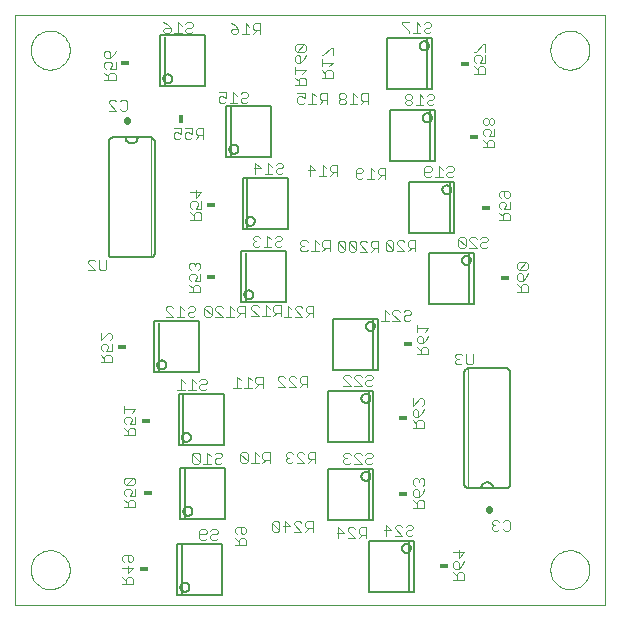
<source format=gbo>
G75*
G70*
%OFA0B0*%
%FSLAX24Y24*%
%IPPOS*%
%LPD*%
%AMOC8*
5,1,8,0,0,1.08239X$1,22.5*
%
%ADD10C,0.0000*%
%ADD11C,0.0060*%
%ADD12C,0.0020*%
%ADD13C,0.0040*%
%ADD14C,0.0030*%
%ADD15C,0.0050*%
%ADD16R,0.0300X0.0180*%
%ADD17R,0.0180X0.0300*%
%ADD18C,0.0220*%
D10*
X000180Y000180D02*
X000180Y019865D01*
X019865Y019865D01*
X019865Y000180D01*
X000180Y000180D01*
X000711Y001361D02*
X000713Y001411D01*
X000719Y001461D01*
X000729Y001511D01*
X000742Y001559D01*
X000759Y001607D01*
X000780Y001653D01*
X000804Y001697D01*
X000832Y001739D01*
X000863Y001779D01*
X000897Y001816D01*
X000934Y001851D01*
X000973Y001882D01*
X001014Y001911D01*
X001058Y001936D01*
X001104Y001958D01*
X001151Y001976D01*
X001199Y001990D01*
X001248Y002001D01*
X001298Y002008D01*
X001348Y002011D01*
X001399Y002010D01*
X001449Y002005D01*
X001499Y001996D01*
X001547Y001984D01*
X001595Y001967D01*
X001641Y001947D01*
X001686Y001924D01*
X001729Y001897D01*
X001769Y001867D01*
X001807Y001834D01*
X001842Y001798D01*
X001875Y001759D01*
X001904Y001718D01*
X001930Y001675D01*
X001953Y001630D01*
X001972Y001583D01*
X001987Y001535D01*
X001999Y001486D01*
X002007Y001436D01*
X002011Y001386D01*
X002011Y001336D01*
X002007Y001286D01*
X001999Y001236D01*
X001987Y001187D01*
X001972Y001139D01*
X001953Y001092D01*
X001930Y001047D01*
X001904Y001004D01*
X001875Y000963D01*
X001842Y000924D01*
X001807Y000888D01*
X001769Y000855D01*
X001729Y000825D01*
X001686Y000798D01*
X001641Y000775D01*
X001595Y000755D01*
X001547Y000738D01*
X001499Y000726D01*
X001449Y000717D01*
X001399Y000712D01*
X001348Y000711D01*
X001298Y000714D01*
X001248Y000721D01*
X001199Y000732D01*
X001151Y000746D01*
X001104Y000764D01*
X001058Y000786D01*
X001014Y000811D01*
X000973Y000840D01*
X000934Y000871D01*
X000897Y000906D01*
X000863Y000943D01*
X000832Y000983D01*
X000804Y001025D01*
X000780Y001069D01*
X000759Y001115D01*
X000742Y001163D01*
X000729Y001211D01*
X000719Y001261D01*
X000713Y001311D01*
X000711Y001361D01*
X000711Y018684D02*
X000713Y018734D01*
X000719Y018784D01*
X000729Y018834D01*
X000742Y018882D01*
X000759Y018930D01*
X000780Y018976D01*
X000804Y019020D01*
X000832Y019062D01*
X000863Y019102D01*
X000897Y019139D01*
X000934Y019174D01*
X000973Y019205D01*
X001014Y019234D01*
X001058Y019259D01*
X001104Y019281D01*
X001151Y019299D01*
X001199Y019313D01*
X001248Y019324D01*
X001298Y019331D01*
X001348Y019334D01*
X001399Y019333D01*
X001449Y019328D01*
X001499Y019319D01*
X001547Y019307D01*
X001595Y019290D01*
X001641Y019270D01*
X001686Y019247D01*
X001729Y019220D01*
X001769Y019190D01*
X001807Y019157D01*
X001842Y019121D01*
X001875Y019082D01*
X001904Y019041D01*
X001930Y018998D01*
X001953Y018953D01*
X001972Y018906D01*
X001987Y018858D01*
X001999Y018809D01*
X002007Y018759D01*
X002011Y018709D01*
X002011Y018659D01*
X002007Y018609D01*
X001999Y018559D01*
X001987Y018510D01*
X001972Y018462D01*
X001953Y018415D01*
X001930Y018370D01*
X001904Y018327D01*
X001875Y018286D01*
X001842Y018247D01*
X001807Y018211D01*
X001769Y018178D01*
X001729Y018148D01*
X001686Y018121D01*
X001641Y018098D01*
X001595Y018078D01*
X001547Y018061D01*
X001499Y018049D01*
X001449Y018040D01*
X001399Y018035D01*
X001348Y018034D01*
X001298Y018037D01*
X001248Y018044D01*
X001199Y018055D01*
X001151Y018069D01*
X001104Y018087D01*
X001058Y018109D01*
X001014Y018134D01*
X000973Y018163D01*
X000934Y018194D01*
X000897Y018229D01*
X000863Y018266D01*
X000832Y018306D01*
X000804Y018348D01*
X000780Y018392D01*
X000759Y018438D01*
X000742Y018486D01*
X000729Y018534D01*
X000719Y018584D01*
X000713Y018634D01*
X000711Y018684D01*
X018034Y018684D02*
X018036Y018734D01*
X018042Y018784D01*
X018052Y018834D01*
X018065Y018882D01*
X018082Y018930D01*
X018103Y018976D01*
X018127Y019020D01*
X018155Y019062D01*
X018186Y019102D01*
X018220Y019139D01*
X018257Y019174D01*
X018296Y019205D01*
X018337Y019234D01*
X018381Y019259D01*
X018427Y019281D01*
X018474Y019299D01*
X018522Y019313D01*
X018571Y019324D01*
X018621Y019331D01*
X018671Y019334D01*
X018722Y019333D01*
X018772Y019328D01*
X018822Y019319D01*
X018870Y019307D01*
X018918Y019290D01*
X018964Y019270D01*
X019009Y019247D01*
X019052Y019220D01*
X019092Y019190D01*
X019130Y019157D01*
X019165Y019121D01*
X019198Y019082D01*
X019227Y019041D01*
X019253Y018998D01*
X019276Y018953D01*
X019295Y018906D01*
X019310Y018858D01*
X019322Y018809D01*
X019330Y018759D01*
X019334Y018709D01*
X019334Y018659D01*
X019330Y018609D01*
X019322Y018559D01*
X019310Y018510D01*
X019295Y018462D01*
X019276Y018415D01*
X019253Y018370D01*
X019227Y018327D01*
X019198Y018286D01*
X019165Y018247D01*
X019130Y018211D01*
X019092Y018178D01*
X019052Y018148D01*
X019009Y018121D01*
X018964Y018098D01*
X018918Y018078D01*
X018870Y018061D01*
X018822Y018049D01*
X018772Y018040D01*
X018722Y018035D01*
X018671Y018034D01*
X018621Y018037D01*
X018571Y018044D01*
X018522Y018055D01*
X018474Y018069D01*
X018427Y018087D01*
X018381Y018109D01*
X018337Y018134D01*
X018296Y018163D01*
X018257Y018194D01*
X018220Y018229D01*
X018186Y018266D01*
X018155Y018306D01*
X018127Y018348D01*
X018103Y018392D01*
X018082Y018438D01*
X018065Y018486D01*
X018052Y018534D01*
X018042Y018584D01*
X018036Y018634D01*
X018034Y018684D01*
X018034Y001361D02*
X018036Y001411D01*
X018042Y001461D01*
X018052Y001511D01*
X018065Y001559D01*
X018082Y001607D01*
X018103Y001653D01*
X018127Y001697D01*
X018155Y001739D01*
X018186Y001779D01*
X018220Y001816D01*
X018257Y001851D01*
X018296Y001882D01*
X018337Y001911D01*
X018381Y001936D01*
X018427Y001958D01*
X018474Y001976D01*
X018522Y001990D01*
X018571Y002001D01*
X018621Y002008D01*
X018671Y002011D01*
X018722Y002010D01*
X018772Y002005D01*
X018822Y001996D01*
X018870Y001984D01*
X018918Y001967D01*
X018964Y001947D01*
X019009Y001924D01*
X019052Y001897D01*
X019092Y001867D01*
X019130Y001834D01*
X019165Y001798D01*
X019198Y001759D01*
X019227Y001718D01*
X019253Y001675D01*
X019276Y001630D01*
X019295Y001583D01*
X019310Y001535D01*
X019322Y001486D01*
X019330Y001436D01*
X019334Y001386D01*
X019334Y001336D01*
X019330Y001286D01*
X019322Y001236D01*
X019310Y001187D01*
X019295Y001139D01*
X019276Y001092D01*
X019253Y001047D01*
X019227Y001004D01*
X019198Y000963D01*
X019165Y000924D01*
X019130Y000888D01*
X019092Y000855D01*
X019052Y000825D01*
X019009Y000798D01*
X018964Y000775D01*
X018918Y000755D01*
X018870Y000738D01*
X018822Y000726D01*
X018772Y000717D01*
X018722Y000712D01*
X018671Y000711D01*
X018621Y000714D01*
X018571Y000721D01*
X018522Y000732D01*
X018474Y000746D01*
X018427Y000764D01*
X018381Y000786D01*
X018337Y000811D01*
X018296Y000840D01*
X018257Y000871D01*
X018220Y000906D01*
X018186Y000943D01*
X018155Y000983D01*
X018127Y001025D01*
X018103Y001069D01*
X018082Y001115D01*
X018065Y001163D01*
X018052Y001211D01*
X018042Y001261D01*
X018036Y001311D01*
X018034Y001361D01*
D11*
X016550Y004080D02*
X016130Y004080D01*
X015730Y004080D01*
X015310Y004080D01*
X015287Y004082D01*
X015264Y004087D01*
X015242Y004096D01*
X015222Y004109D01*
X015204Y004124D01*
X015189Y004142D01*
X015176Y004162D01*
X015167Y004184D01*
X015162Y004207D01*
X015160Y004230D01*
X015160Y007930D01*
X015162Y007953D01*
X015167Y007976D01*
X015176Y007998D01*
X015189Y008018D01*
X015204Y008036D01*
X015222Y008051D01*
X015242Y008064D01*
X015264Y008073D01*
X015287Y008078D01*
X015310Y008080D01*
X016550Y008080D01*
X016573Y008078D01*
X016596Y008073D01*
X016618Y008064D01*
X016638Y008051D01*
X016656Y008036D01*
X016671Y008018D01*
X016684Y007998D01*
X016693Y007976D01*
X016698Y007953D01*
X016700Y007930D01*
X016700Y004230D01*
X016698Y004207D01*
X016693Y004184D01*
X016684Y004162D01*
X016671Y004142D01*
X016656Y004124D01*
X016638Y004109D01*
X016618Y004096D01*
X016596Y004087D01*
X016573Y004082D01*
X016550Y004080D01*
X016130Y004080D02*
X016128Y004107D01*
X016123Y004134D01*
X016113Y004160D01*
X016101Y004184D01*
X016085Y004206D01*
X016067Y004226D01*
X016045Y004243D01*
X016022Y004258D01*
X015997Y004268D01*
X015971Y004276D01*
X015944Y004280D01*
X015916Y004280D01*
X015889Y004276D01*
X015863Y004268D01*
X015838Y004258D01*
X015815Y004243D01*
X015793Y004226D01*
X015775Y004206D01*
X015759Y004184D01*
X015747Y004160D01*
X015737Y004134D01*
X015732Y004107D01*
X015730Y004080D01*
X004845Y011923D02*
X004845Y015623D01*
X004843Y015646D01*
X004838Y015669D01*
X004829Y015691D01*
X004816Y015711D01*
X004801Y015729D01*
X004783Y015744D01*
X004763Y015757D01*
X004741Y015766D01*
X004718Y015771D01*
X004695Y015773D01*
X004275Y015773D01*
X003875Y015773D01*
X003455Y015773D01*
X003432Y015771D01*
X003409Y015766D01*
X003387Y015757D01*
X003367Y015744D01*
X003349Y015729D01*
X003334Y015711D01*
X003321Y015691D01*
X003312Y015669D01*
X003307Y015646D01*
X003305Y015623D01*
X003305Y011923D01*
X003307Y011900D01*
X003312Y011877D01*
X003321Y011855D01*
X003334Y011835D01*
X003349Y011817D01*
X003367Y011802D01*
X003387Y011789D01*
X003409Y011780D01*
X003432Y011775D01*
X003455Y011773D01*
X004695Y011773D01*
X004718Y011775D01*
X004741Y011780D01*
X004763Y011789D01*
X004783Y011802D01*
X004801Y011817D01*
X004816Y011835D01*
X004829Y011855D01*
X004838Y011877D01*
X004843Y011900D01*
X004845Y011923D01*
X004275Y015773D02*
X004273Y015746D01*
X004268Y015719D01*
X004258Y015693D01*
X004246Y015669D01*
X004230Y015647D01*
X004212Y015627D01*
X004190Y015610D01*
X004167Y015595D01*
X004142Y015585D01*
X004116Y015577D01*
X004089Y015573D01*
X004061Y015573D01*
X004034Y015577D01*
X004008Y015585D01*
X003983Y015595D01*
X003960Y015610D01*
X003938Y015627D01*
X003920Y015647D01*
X003904Y015669D01*
X003892Y015693D01*
X003882Y015719D01*
X003877Y015746D01*
X003875Y015773D01*
D12*
X004705Y015773D02*
X004705Y011773D01*
X015300Y008080D02*
X015300Y004080D01*
D13*
X015290Y008210D02*
X015230Y008270D01*
X015230Y008570D01*
X015102Y008510D02*
X015042Y008570D01*
X014922Y008570D01*
X014861Y008510D01*
X014861Y008450D01*
X014922Y008390D01*
X014861Y008330D01*
X014861Y008270D01*
X014922Y008210D01*
X015042Y008210D01*
X015102Y008270D01*
X014982Y008390D02*
X014922Y008390D01*
X015290Y008210D02*
X015410Y008210D01*
X015470Y008270D01*
X015470Y008570D01*
X003235Y011403D02*
X003175Y011343D01*
X003055Y011343D01*
X002995Y011403D01*
X002995Y011703D01*
X002867Y011643D02*
X002807Y011703D01*
X002686Y011703D01*
X002626Y011643D01*
X002626Y011583D01*
X002867Y011343D01*
X002626Y011343D01*
X003235Y011403D02*
X003235Y011703D01*
D14*
X005207Y010093D02*
X005269Y010155D01*
X005392Y010155D01*
X005454Y010093D01*
X005699Y010155D02*
X005699Y009784D01*
X005822Y009784D02*
X005575Y009784D01*
X005454Y009784D02*
X005207Y010031D01*
X005207Y010093D01*
X005207Y009784D02*
X005454Y009784D01*
X005822Y010031D02*
X005699Y010155D01*
X005944Y010093D02*
X006006Y010155D01*
X006129Y010155D01*
X006191Y010093D01*
X006191Y010031D01*
X006129Y009970D01*
X006006Y009970D01*
X005944Y009908D01*
X005944Y009846D01*
X006006Y009784D01*
X006129Y009784D01*
X006191Y009846D01*
X006494Y009852D02*
X006556Y009790D01*
X006679Y009790D01*
X006741Y009852D01*
X006494Y010099D01*
X006494Y009852D01*
X006741Y009852D02*
X006741Y010099D01*
X006679Y010161D01*
X006556Y010161D01*
X006494Y010099D01*
X006862Y010099D02*
X006924Y010161D01*
X007047Y010161D01*
X007109Y010099D01*
X006862Y010099D02*
X006862Y010037D01*
X007109Y009790D01*
X006862Y009790D01*
X007230Y009790D02*
X007477Y009790D01*
X007599Y009790D02*
X007722Y009914D01*
X007660Y009914D02*
X007846Y009914D01*
X007846Y009790D02*
X007846Y010161D01*
X007660Y010161D01*
X007599Y010099D01*
X007599Y009975D01*
X007660Y009914D01*
X007477Y010037D02*
X007354Y010161D01*
X007354Y009790D01*
X008062Y009806D02*
X008309Y009806D01*
X008062Y010053D01*
X008062Y010115D01*
X008124Y010176D01*
X008247Y010176D01*
X008309Y010115D01*
X008554Y010176D02*
X008554Y009806D01*
X008677Y009806D02*
X008430Y009806D01*
X008799Y009806D02*
X008922Y009929D01*
X008860Y009929D02*
X009046Y009929D01*
X009046Y009806D02*
X009046Y010176D01*
X008860Y010176D01*
X008799Y010115D01*
X008799Y009991D01*
X008860Y009929D01*
X008677Y010053D02*
X008554Y010176D01*
X009151Y009795D02*
X009398Y009795D01*
X009520Y009795D02*
X009767Y009795D01*
X009520Y010042D01*
X009520Y010104D01*
X009582Y010165D01*
X009705Y010165D01*
X009767Y010104D01*
X009888Y010104D02*
X009888Y009980D01*
X009950Y009918D01*
X010135Y009918D01*
X010135Y009795D02*
X010135Y010165D01*
X009950Y010165D01*
X009888Y010104D01*
X010012Y009918D02*
X009888Y009795D01*
X009398Y010042D02*
X009275Y010165D01*
X009275Y009795D01*
X011193Y007865D02*
X011317Y007865D01*
X011378Y007804D01*
X011500Y007804D02*
X011562Y007865D01*
X011685Y007865D01*
X011747Y007804D01*
X011868Y007804D02*
X011930Y007865D01*
X012053Y007865D01*
X012115Y007804D01*
X012115Y007742D01*
X012053Y007680D01*
X011930Y007680D01*
X011868Y007618D01*
X011868Y007557D01*
X011930Y007495D01*
X012053Y007495D01*
X012115Y007557D01*
X011747Y007495D02*
X011500Y007742D01*
X011500Y007804D01*
X011500Y007495D02*
X011747Y007495D01*
X011378Y007495D02*
X011131Y007742D01*
X011131Y007804D01*
X011193Y007865D01*
X011131Y007495D02*
X011378Y007495D01*
X009925Y007445D02*
X009925Y007815D01*
X009740Y007815D01*
X009678Y007754D01*
X009678Y007630D01*
X009740Y007568D01*
X009925Y007568D01*
X009802Y007568D02*
X009678Y007445D01*
X009557Y007445D02*
X009310Y007692D01*
X009310Y007754D01*
X009372Y007815D01*
X009495Y007815D01*
X009557Y007754D01*
X009557Y007445D02*
X009310Y007445D01*
X009188Y007445D02*
X008941Y007692D01*
X008941Y007754D01*
X009003Y007815D01*
X009127Y007815D01*
X009188Y007754D01*
X009188Y007445D02*
X008941Y007445D01*
X008443Y007430D02*
X008443Y007801D01*
X008258Y007801D01*
X008197Y007739D01*
X008197Y007615D01*
X008258Y007554D01*
X008443Y007554D01*
X008320Y007554D02*
X008197Y007430D01*
X008075Y007430D02*
X007828Y007430D01*
X007707Y007430D02*
X007460Y007430D01*
X007583Y007430D02*
X007583Y007801D01*
X007707Y007677D01*
X007952Y007801D02*
X007952Y007430D01*
X008075Y007677D02*
X007952Y007801D01*
X006575Y007665D02*
X006575Y007603D01*
X006513Y007542D01*
X006390Y007542D01*
X006328Y007480D01*
X006328Y007418D01*
X006390Y007357D01*
X006513Y007357D01*
X006575Y007418D01*
X006575Y007665D02*
X006513Y007727D01*
X006390Y007727D01*
X006328Y007665D01*
X006207Y007603D02*
X006083Y007727D01*
X006083Y007357D01*
X005960Y007357D02*
X006207Y007357D01*
X005838Y007357D02*
X005591Y007357D01*
X005715Y007357D02*
X005715Y007727D01*
X005838Y007603D01*
X004202Y006707D02*
X004079Y006583D01*
X004017Y006462D02*
X003894Y006462D01*
X003832Y006400D01*
X003832Y006277D01*
X003894Y006215D01*
X004017Y006215D02*
X004079Y006339D01*
X004079Y006400D01*
X004017Y006462D01*
X004202Y006462D02*
X004202Y006215D01*
X004017Y006215D01*
X004017Y006094D02*
X003956Y006032D01*
X003956Y005847D01*
X003956Y005970D02*
X003832Y006094D01*
X004017Y006094D02*
X004141Y006094D01*
X004202Y006032D01*
X004202Y005847D01*
X003832Y005847D01*
X003832Y006583D02*
X003832Y006830D01*
X003832Y006707D02*
X004202Y006707D01*
X003414Y008278D02*
X003044Y008278D01*
X003167Y008278D02*
X003167Y008464D01*
X003229Y008525D01*
X003352Y008525D01*
X003414Y008464D01*
X003414Y008278D01*
X003167Y008402D02*
X003044Y008525D01*
X003105Y008647D02*
X003044Y008709D01*
X003044Y008832D01*
X003105Y008894D01*
X003229Y008894D01*
X003290Y008832D01*
X003290Y008770D01*
X003229Y008647D01*
X003414Y008647D01*
X003414Y008894D01*
X003352Y009015D02*
X003414Y009077D01*
X003414Y009200D01*
X003352Y009262D01*
X003290Y009262D01*
X003044Y009015D01*
X003044Y009262D01*
X005994Y010616D02*
X006364Y010616D01*
X006364Y010801D01*
X006302Y010863D01*
X006179Y010863D01*
X006117Y010801D01*
X006117Y010616D01*
X006117Y010740D02*
X005994Y010863D01*
X006055Y010985D02*
X005994Y011046D01*
X005994Y011170D01*
X006055Y011231D01*
X006179Y011231D01*
X006240Y011170D01*
X006240Y011108D01*
X006179Y010985D01*
X006364Y010985D01*
X006364Y011231D01*
X006302Y011353D02*
X006364Y011415D01*
X006364Y011538D01*
X006302Y011600D01*
X006240Y011600D01*
X006179Y011538D01*
X006117Y011600D01*
X006055Y011600D01*
X005994Y011538D01*
X005994Y011415D01*
X006055Y011353D01*
X006179Y011476D02*
X006179Y011538D01*
X006154Y013029D02*
X006154Y013214D01*
X006216Y013276D01*
X006339Y013276D01*
X006401Y013214D01*
X006401Y013029D01*
X006031Y013029D01*
X006154Y013153D02*
X006031Y013276D01*
X006093Y013398D02*
X006031Y013459D01*
X006031Y013583D01*
X006093Y013644D01*
X006216Y013644D01*
X006278Y013583D01*
X006278Y013521D01*
X006216Y013398D01*
X006401Y013398D01*
X006401Y013644D01*
X006216Y013766D02*
X006216Y014013D01*
X006401Y013951D02*
X006216Y013766D01*
X006031Y013951D02*
X006401Y013951D01*
X006457Y015719D02*
X006457Y016089D01*
X006272Y016089D01*
X006210Y016027D01*
X006210Y015904D01*
X006272Y015842D01*
X006457Y015842D01*
X006334Y015842D02*
X006210Y015719D01*
X006089Y015780D02*
X006027Y015719D01*
X005903Y015719D01*
X005842Y015780D01*
X005842Y015904D01*
X005903Y015965D01*
X005965Y015965D01*
X006089Y015904D01*
X006089Y016089D01*
X005842Y016089D01*
X005720Y016089D02*
X005720Y015904D01*
X005597Y015965D01*
X005535Y015965D01*
X005473Y015904D01*
X005473Y015780D01*
X005535Y015719D01*
X005659Y015719D01*
X005720Y015780D01*
X005720Y016089D02*
X005473Y016089D01*
X006971Y016977D02*
X007033Y016915D01*
X007157Y016915D01*
X007218Y016977D01*
X007218Y017100D02*
X007095Y017162D01*
X007033Y017162D01*
X006971Y017100D01*
X006971Y016977D01*
X007218Y017100D02*
X007218Y017285D01*
X006971Y017285D01*
X007340Y016915D02*
X007587Y016915D01*
X007463Y016915D02*
X007463Y017285D01*
X007587Y017162D01*
X007708Y017224D02*
X007770Y017285D01*
X007893Y017285D01*
X007955Y017224D01*
X007955Y017162D01*
X007893Y017100D01*
X007770Y017100D01*
X007708Y017038D01*
X007708Y016977D01*
X007770Y016915D01*
X007893Y016915D01*
X007955Y016977D01*
X009601Y016957D02*
X009663Y016895D01*
X009787Y016895D01*
X009848Y016957D01*
X009848Y017080D02*
X009725Y017142D01*
X009663Y017142D01*
X009601Y017080D01*
X009601Y016957D01*
X009848Y017080D02*
X009848Y017265D01*
X009601Y017265D01*
X009638Y017522D02*
X009638Y017707D01*
X009700Y017769D01*
X009824Y017769D01*
X009885Y017707D01*
X009885Y017522D01*
X009515Y017522D01*
X009638Y017645D02*
X009515Y017769D01*
X009515Y017890D02*
X009515Y018137D01*
X009515Y018013D02*
X009885Y018013D01*
X009762Y017890D01*
X009700Y018258D02*
X009577Y018258D01*
X009515Y018320D01*
X009515Y018444D01*
X009577Y018505D01*
X009638Y018505D01*
X009700Y018444D01*
X009700Y018258D01*
X009824Y018382D01*
X009885Y018505D01*
X009824Y018627D02*
X009885Y018688D01*
X009885Y018812D01*
X009824Y018874D01*
X009577Y018627D01*
X009515Y018688D01*
X009515Y018812D01*
X009577Y018874D01*
X009824Y018874D01*
X009824Y018627D02*
X009577Y018627D01*
X010405Y018507D02*
X010467Y018507D01*
X010714Y018754D01*
X010775Y018754D01*
X010775Y018507D01*
X010775Y018262D02*
X010405Y018262D01*
X010405Y018385D02*
X010405Y018138D01*
X010405Y018017D02*
X010528Y017893D01*
X010528Y017955D02*
X010528Y017770D01*
X010405Y017770D02*
X010775Y017770D01*
X010775Y017955D01*
X010714Y018017D01*
X010590Y018017D01*
X010528Y017955D01*
X010652Y018138D02*
X010775Y018262D01*
X010585Y017265D02*
X010400Y017265D01*
X010338Y017204D01*
X010338Y017080D01*
X010400Y017018D01*
X010585Y017018D01*
X010585Y016895D02*
X010585Y017265D01*
X010462Y017018D02*
X010338Y016895D01*
X010217Y016895D02*
X009970Y016895D01*
X010093Y016895D02*
X010093Y017265D01*
X010217Y017142D01*
X010971Y017122D02*
X011033Y017060D01*
X011157Y017060D01*
X011218Y017122D01*
X011218Y017184D01*
X011157Y017245D01*
X011033Y017245D01*
X010971Y017184D01*
X010971Y017122D01*
X011033Y017060D02*
X010971Y016998D01*
X010971Y016937D01*
X011033Y016875D01*
X011157Y016875D01*
X011218Y016937D01*
X011218Y016998D01*
X011157Y017060D01*
X011340Y016875D02*
X011587Y016875D01*
X011708Y016875D02*
X011832Y016998D01*
X011770Y016998D02*
X011955Y016998D01*
X011955Y016875D02*
X011955Y017245D01*
X011770Y017245D01*
X011708Y017184D01*
X011708Y017060D01*
X011770Y016998D01*
X011587Y017122D02*
X011463Y017245D01*
X011463Y016875D01*
X013181Y016907D02*
X013243Y016845D01*
X013367Y016845D01*
X013428Y016907D01*
X013428Y016968D01*
X013367Y017030D01*
X013243Y017030D01*
X013181Y016968D01*
X013181Y016907D01*
X013243Y017030D02*
X013181Y017092D01*
X013181Y017154D01*
X013243Y017215D01*
X013367Y017215D01*
X013428Y017154D01*
X013428Y017092D01*
X013367Y017030D01*
X013550Y016845D02*
X013797Y016845D01*
X013673Y016845D02*
X013673Y017215D01*
X013797Y017092D01*
X013918Y017154D02*
X013980Y017215D01*
X014103Y017215D01*
X014165Y017154D01*
X014165Y017092D01*
X014103Y017030D01*
X013980Y017030D01*
X013918Y016968D01*
X013918Y016907D01*
X013980Y016845D01*
X014103Y016845D01*
X014165Y016907D01*
X015495Y017895D02*
X015865Y017895D01*
X015865Y018080D01*
X015804Y018142D01*
X015680Y018142D01*
X015618Y018080D01*
X015618Y017895D01*
X015618Y018018D02*
X015495Y018142D01*
X015557Y018263D02*
X015495Y018325D01*
X015495Y018448D01*
X015557Y018510D01*
X015680Y018510D01*
X015742Y018448D01*
X015742Y018387D01*
X015680Y018263D01*
X015865Y018263D01*
X015865Y018510D01*
X015865Y018632D02*
X015865Y018879D01*
X015804Y018879D01*
X015557Y018632D01*
X015495Y018632D01*
X014065Y019307D02*
X014003Y019245D01*
X013880Y019245D01*
X013818Y019307D01*
X013818Y019368D01*
X013880Y019430D01*
X014003Y019430D01*
X014065Y019492D01*
X014065Y019554D01*
X014003Y019615D01*
X013880Y019615D01*
X013818Y019554D01*
X013697Y019492D02*
X013573Y019615D01*
X013573Y019245D01*
X013450Y019245D02*
X013697Y019245D01*
X013328Y019245D02*
X013328Y019307D01*
X013081Y019554D01*
X013081Y019615D01*
X013328Y019615D01*
X015857Y016429D02*
X015795Y016367D01*
X015795Y016243D01*
X015857Y016182D01*
X015918Y016182D01*
X015980Y016243D01*
X015980Y016367D01*
X015918Y016429D01*
X015857Y016429D01*
X015980Y016367D02*
X016042Y016429D01*
X016104Y016429D01*
X016165Y016367D01*
X016165Y016243D01*
X016104Y016182D01*
X016042Y016182D01*
X015980Y016243D01*
X015980Y016060D02*
X015857Y016060D01*
X015795Y015998D01*
X015795Y015875D01*
X015857Y015813D01*
X015980Y015813D02*
X016042Y015937D01*
X016042Y015998D01*
X015980Y016060D01*
X016165Y016060D02*
X016165Y015813D01*
X015980Y015813D01*
X015980Y015692D02*
X015918Y015630D01*
X015918Y015445D01*
X015795Y015445D02*
X016165Y015445D01*
X016165Y015630D01*
X016104Y015692D01*
X015980Y015692D01*
X015918Y015568D02*
X015795Y015692D01*
X014815Y014754D02*
X014815Y014692D01*
X014753Y014630D01*
X014630Y014630D01*
X014568Y014568D01*
X014568Y014507D01*
X014630Y014445D01*
X014753Y014445D01*
X014815Y014507D01*
X014815Y014754D02*
X014753Y014815D01*
X014630Y014815D01*
X014568Y014754D01*
X014447Y014692D02*
X014323Y014815D01*
X014323Y014445D01*
X014200Y014445D02*
X014447Y014445D01*
X014078Y014507D02*
X014017Y014445D01*
X013893Y014445D01*
X013831Y014507D01*
X013831Y014754D01*
X013893Y014815D01*
X014017Y014815D01*
X014078Y014754D01*
X014078Y014692D01*
X014017Y014630D01*
X013831Y014630D01*
X012535Y014518D02*
X012350Y014518D01*
X012288Y014580D01*
X012288Y014704D01*
X012350Y014765D01*
X012535Y014765D01*
X012535Y014395D01*
X012412Y014518D02*
X012288Y014395D01*
X012167Y014395D02*
X011920Y014395D01*
X012043Y014395D02*
X012043Y014765D01*
X012167Y014642D01*
X011798Y014642D02*
X011737Y014580D01*
X011551Y014580D01*
X011551Y014457D02*
X011551Y014704D01*
X011613Y014765D01*
X011737Y014765D01*
X011798Y014704D01*
X011798Y014642D01*
X011798Y014457D02*
X011737Y014395D01*
X011613Y014395D01*
X011551Y014457D01*
X010935Y014495D02*
X010935Y014865D01*
X010750Y014865D01*
X010688Y014804D01*
X010688Y014680D01*
X010750Y014618D01*
X010935Y014618D01*
X010812Y014618D02*
X010688Y014495D01*
X010567Y014495D02*
X010320Y014495D01*
X010443Y014495D02*
X010443Y014865D01*
X010567Y014742D01*
X010198Y014680D02*
X009951Y014680D01*
X010013Y014495D02*
X010013Y014865D01*
X010198Y014680D01*
X009125Y014617D02*
X009063Y014555D01*
X008940Y014555D01*
X008878Y014617D01*
X008878Y014678D01*
X008940Y014740D01*
X009063Y014740D01*
X009125Y014802D01*
X009125Y014864D01*
X009063Y014925D01*
X008940Y014925D01*
X008878Y014864D01*
X008757Y014802D02*
X008633Y014925D01*
X008633Y014555D01*
X008510Y014555D02*
X008757Y014555D01*
X008388Y014740D02*
X008141Y014740D01*
X008203Y014555D02*
X008203Y014925D01*
X008388Y014740D01*
X008297Y012495D02*
X008173Y012495D01*
X008111Y012434D01*
X008111Y012372D01*
X008173Y012310D01*
X008111Y012248D01*
X008111Y012187D01*
X008173Y012125D01*
X008297Y012125D01*
X008358Y012187D01*
X008480Y012125D02*
X008727Y012125D01*
X008603Y012125D02*
X008603Y012495D01*
X008727Y012372D01*
X008848Y012434D02*
X008910Y012495D01*
X009033Y012495D01*
X009095Y012434D01*
X009095Y012372D01*
X009033Y012310D01*
X008910Y012310D01*
X008848Y012248D01*
X008848Y012187D01*
X008910Y012125D01*
X009033Y012125D01*
X009095Y012187D01*
X009691Y012222D02*
X009753Y012160D01*
X009691Y012098D01*
X009691Y012037D01*
X009753Y011975D01*
X009877Y011975D01*
X009938Y012037D01*
X010060Y011975D02*
X010307Y011975D01*
X010428Y011975D02*
X010552Y012098D01*
X010490Y012098D02*
X010675Y012098D01*
X010675Y011975D02*
X010675Y012345D01*
X010490Y012345D01*
X010428Y012284D01*
X010428Y012160D01*
X010490Y012098D01*
X010307Y012222D02*
X010183Y012345D01*
X010183Y011975D01*
X009938Y012284D02*
X009877Y012345D01*
X009753Y012345D01*
X009691Y012284D01*
X009691Y012222D01*
X009753Y012160D02*
X009815Y012160D01*
X010943Y012274D02*
X010943Y012027D01*
X011005Y011965D01*
X011128Y011965D01*
X011190Y012027D01*
X010943Y012274D01*
X011005Y012335D01*
X011128Y012335D01*
X011190Y012274D01*
X011190Y012027D01*
X011311Y012027D02*
X011373Y011965D01*
X011497Y011965D01*
X011558Y012027D01*
X011311Y012274D01*
X011311Y012027D01*
X011558Y012027D02*
X011558Y012274D01*
X011497Y012335D01*
X011373Y012335D01*
X011311Y012274D01*
X011680Y012274D02*
X011680Y012212D01*
X011927Y011965D01*
X011680Y011965D01*
X011680Y012274D02*
X011742Y012335D01*
X011865Y012335D01*
X011927Y012274D01*
X012048Y012274D02*
X012048Y012150D01*
X012110Y012088D01*
X012295Y012088D01*
X012295Y011965D02*
X012295Y012335D01*
X012110Y012335D01*
X012048Y012274D01*
X012172Y012088D02*
X012048Y011965D01*
X012551Y012037D02*
X012551Y012284D01*
X012798Y012037D01*
X012737Y011975D01*
X012613Y011975D01*
X012551Y012037D01*
X012551Y012284D02*
X012613Y012345D01*
X012737Y012345D01*
X012798Y012284D01*
X012798Y012037D01*
X012920Y011975D02*
X013167Y011975D01*
X012920Y012222D01*
X012920Y012284D01*
X012982Y012345D01*
X013105Y012345D01*
X013167Y012284D01*
X013288Y012284D02*
X013288Y012160D01*
X013350Y012098D01*
X013535Y012098D01*
X013535Y011975D02*
X013535Y012345D01*
X013350Y012345D01*
X013288Y012284D01*
X013412Y012098D02*
X013288Y011975D01*
X014961Y012157D02*
X015023Y012095D01*
X015147Y012095D01*
X015208Y012157D01*
X014961Y012404D01*
X014961Y012157D01*
X014961Y012404D02*
X015023Y012465D01*
X015147Y012465D01*
X015208Y012404D01*
X015208Y012157D01*
X015330Y012095D02*
X015577Y012095D01*
X015330Y012342D01*
X015330Y012404D01*
X015392Y012465D01*
X015515Y012465D01*
X015577Y012404D01*
X015698Y012404D02*
X015760Y012465D01*
X015883Y012465D01*
X015945Y012404D01*
X015945Y012342D01*
X015883Y012280D01*
X015760Y012280D01*
X015698Y012218D01*
X015698Y012157D01*
X015760Y012095D01*
X015883Y012095D01*
X015945Y012157D01*
X016315Y013015D02*
X016685Y013015D01*
X016685Y013200D01*
X016624Y013262D01*
X016500Y013262D01*
X016438Y013200D01*
X016438Y013015D01*
X016438Y013138D02*
X016315Y013262D01*
X016377Y013383D02*
X016315Y013445D01*
X016315Y013568D01*
X016377Y013630D01*
X016500Y013630D01*
X016562Y013568D01*
X016562Y013507D01*
X016500Y013383D01*
X016685Y013383D01*
X016685Y013630D01*
X016624Y013752D02*
X016562Y013752D01*
X016500Y013813D01*
X016500Y013999D01*
X016377Y013999D02*
X016624Y013999D01*
X016685Y013937D01*
X016685Y013813D01*
X016624Y013752D01*
X016377Y013752D02*
X016315Y013813D01*
X016315Y013937D01*
X016377Y013999D01*
X016987Y011609D02*
X016925Y011547D01*
X016925Y011423D01*
X016987Y011362D01*
X017234Y011609D01*
X016987Y011609D01*
X017234Y011609D02*
X017295Y011547D01*
X017295Y011423D01*
X017234Y011362D01*
X016987Y011362D01*
X016987Y011240D02*
X017048Y011240D01*
X017110Y011178D01*
X017110Y010993D01*
X016987Y010993D01*
X016925Y011055D01*
X016925Y011178D01*
X016987Y011240D01*
X017234Y011117D02*
X017110Y010993D01*
X017110Y010872D02*
X017048Y010810D01*
X017048Y010625D01*
X016925Y010625D02*
X017295Y010625D01*
X017295Y010810D01*
X017234Y010872D01*
X017110Y010872D01*
X017048Y010748D02*
X016925Y010872D01*
X017234Y011117D02*
X017295Y011240D01*
X013965Y009405D02*
X013595Y009405D01*
X013595Y009282D02*
X013595Y009529D01*
X013385Y009717D02*
X013323Y009655D01*
X013200Y009655D01*
X013138Y009717D01*
X013138Y009778D01*
X013200Y009840D01*
X013323Y009840D01*
X013385Y009902D01*
X013385Y009964D01*
X013323Y010025D01*
X013200Y010025D01*
X013138Y009964D01*
X013017Y009964D02*
X012955Y010025D01*
X012832Y010025D01*
X012770Y009964D01*
X012770Y009902D01*
X013017Y009655D01*
X012770Y009655D01*
X012648Y009655D02*
X012401Y009655D01*
X012525Y009655D02*
X012525Y010025D01*
X012648Y009902D01*
X013595Y009098D02*
X013657Y009160D01*
X013718Y009160D01*
X013780Y009098D01*
X013780Y008913D01*
X013657Y008913D01*
X013595Y008975D01*
X013595Y009098D01*
X013780Y008913D02*
X013904Y009037D01*
X013965Y009160D01*
X013842Y009282D02*
X013965Y009405D01*
X013904Y008792D02*
X013780Y008792D01*
X013718Y008730D01*
X013718Y008545D01*
X013595Y008545D02*
X013965Y008545D01*
X013965Y008730D01*
X013904Y008792D01*
X013718Y008668D02*
X013595Y008792D01*
X013692Y007079D02*
X013754Y007079D01*
X013815Y007017D01*
X013815Y006893D01*
X013754Y006832D01*
X013815Y006710D02*
X013754Y006587D01*
X013630Y006463D01*
X013630Y006648D01*
X013568Y006710D01*
X013507Y006710D01*
X013445Y006648D01*
X013445Y006525D01*
X013507Y006463D01*
X013630Y006463D01*
X013630Y006342D02*
X013568Y006280D01*
X013568Y006095D01*
X013445Y006095D02*
X013815Y006095D01*
X013815Y006280D01*
X013754Y006342D01*
X013630Y006342D01*
X013568Y006218D02*
X013445Y006342D01*
X013445Y006832D02*
X013692Y007079D01*
X013445Y007079D02*
X013445Y006832D01*
X012053Y005265D02*
X011930Y005265D01*
X011868Y005204D01*
X011747Y005204D02*
X011685Y005265D01*
X011562Y005265D01*
X011500Y005204D01*
X011500Y005142D01*
X011747Y004895D01*
X011500Y004895D01*
X011378Y004957D02*
X011317Y004895D01*
X011193Y004895D01*
X011131Y004957D01*
X011131Y005018D01*
X011193Y005080D01*
X011255Y005080D01*
X011193Y005080D02*
X011131Y005142D01*
X011131Y005204D01*
X011193Y005265D01*
X011317Y005265D01*
X011378Y005204D01*
X011868Y005018D02*
X011868Y004957D01*
X011930Y004895D01*
X012053Y004895D01*
X012115Y004957D01*
X012053Y005080D02*
X011930Y005080D01*
X011868Y005018D01*
X012053Y005080D02*
X012115Y005142D01*
X012115Y005204D01*
X012053Y005265D01*
X013465Y004347D02*
X013465Y004223D01*
X013527Y004162D01*
X013527Y004040D02*
X013588Y004040D01*
X013650Y003978D01*
X013650Y003793D01*
X013527Y003793D01*
X013465Y003855D01*
X013465Y003978D01*
X013527Y004040D01*
X013650Y004285D02*
X013650Y004347D01*
X013588Y004409D01*
X013527Y004409D01*
X013465Y004347D01*
X013650Y004347D02*
X013712Y004409D01*
X013774Y004409D01*
X013835Y004347D01*
X013835Y004223D01*
X013774Y004162D01*
X013835Y004040D02*
X013774Y003917D01*
X013650Y003793D01*
X013650Y003672D02*
X013588Y003610D01*
X013588Y003425D01*
X013465Y003425D02*
X013835Y003425D01*
X013835Y003610D01*
X013774Y003672D01*
X013650Y003672D01*
X013588Y003548D02*
X013465Y003672D01*
X013403Y002865D02*
X013465Y002804D01*
X013465Y002742D01*
X013403Y002680D01*
X013280Y002680D01*
X013218Y002618D01*
X013218Y002557D01*
X013280Y002495D01*
X013403Y002495D01*
X013465Y002557D01*
X013403Y002865D02*
X013280Y002865D01*
X013218Y002804D01*
X013097Y002804D02*
X013035Y002865D01*
X012912Y002865D01*
X012850Y002804D01*
X012850Y002742D01*
X013097Y002495D01*
X012850Y002495D01*
X012728Y002680D02*
X012481Y002680D01*
X012543Y002495D02*
X012543Y002865D01*
X012728Y002680D01*
X011890Y002775D02*
X011890Y002405D01*
X011890Y002528D02*
X011705Y002528D01*
X011643Y002590D01*
X011643Y002714D01*
X011705Y002775D01*
X011890Y002775D01*
X011767Y002528D02*
X011643Y002405D01*
X011522Y002405D02*
X011275Y002652D01*
X011275Y002714D01*
X011336Y002775D01*
X011460Y002775D01*
X011522Y002714D01*
X011522Y002405D02*
X011275Y002405D01*
X011153Y002590D02*
X010906Y002590D01*
X010968Y002405D02*
X010968Y002775D01*
X011153Y002590D01*
X010105Y002625D02*
X010105Y002995D01*
X009920Y002995D01*
X009858Y002934D01*
X009858Y002810D01*
X009920Y002748D01*
X010105Y002748D01*
X009982Y002748D02*
X009858Y002625D01*
X009737Y002625D02*
X009490Y002872D01*
X009490Y002934D01*
X009552Y002995D01*
X009675Y002995D01*
X009737Y002934D01*
X009737Y002625D02*
X009490Y002625D01*
X009368Y002810D02*
X009121Y002810D01*
X009000Y002687D02*
X008753Y002934D01*
X008753Y002687D01*
X008815Y002625D01*
X008938Y002625D01*
X009000Y002687D01*
X009000Y002934D01*
X008938Y002995D01*
X008815Y002995D01*
X008753Y002934D01*
X009183Y002995D02*
X009183Y002625D01*
X009368Y002810D02*
X009183Y002995D01*
X007893Y002729D02*
X007893Y002606D01*
X007832Y002544D01*
X007770Y002544D01*
X007708Y002606D01*
X007708Y002791D01*
X007585Y002791D02*
X007832Y002791D01*
X007893Y002729D01*
X007832Y002423D02*
X007708Y002423D01*
X007646Y002361D01*
X007646Y002176D01*
X007523Y002176D02*
X007893Y002176D01*
X007893Y002361D01*
X007832Y002423D01*
X007646Y002299D02*
X007523Y002423D01*
X007585Y002544D02*
X007523Y002606D01*
X007523Y002729D01*
X007585Y002791D01*
X006948Y002664D02*
X006948Y002603D01*
X006886Y002541D01*
X006763Y002541D01*
X006701Y002479D01*
X006701Y002418D01*
X006763Y002356D01*
X006886Y002356D01*
X006948Y002418D01*
X006948Y002664D02*
X006886Y002726D01*
X006763Y002726D01*
X006701Y002664D01*
X006579Y002664D02*
X006579Y002603D01*
X006518Y002541D01*
X006332Y002541D01*
X006332Y002418D02*
X006332Y002664D01*
X006394Y002726D01*
X006518Y002726D01*
X006579Y002664D01*
X006579Y002418D02*
X006518Y002356D01*
X006394Y002356D01*
X006332Y002418D01*
X004125Y001802D02*
X004125Y001678D01*
X004064Y001617D01*
X004002Y001617D01*
X003940Y001678D01*
X003940Y001864D01*
X003817Y001864D02*
X004064Y001864D01*
X004125Y001802D01*
X003817Y001864D02*
X003755Y001802D01*
X003755Y001678D01*
X003817Y001617D01*
X003940Y001495D02*
X003940Y001248D01*
X004125Y001434D01*
X003755Y001434D01*
X003755Y001127D02*
X003878Y001003D01*
X003878Y001065D02*
X003878Y000880D01*
X003755Y000880D02*
X004125Y000880D01*
X004125Y001065D01*
X004064Y001127D01*
X003940Y001127D01*
X003878Y001065D01*
X003824Y003450D02*
X004194Y003450D01*
X004194Y003636D01*
X004132Y003697D01*
X004009Y003697D01*
X003947Y003636D01*
X003947Y003450D01*
X003947Y003574D02*
X003824Y003697D01*
X003886Y003819D02*
X003824Y003880D01*
X003824Y004004D01*
X003886Y004066D01*
X004009Y004066D01*
X004071Y004004D01*
X004071Y003942D01*
X004009Y003819D01*
X004194Y003819D01*
X004194Y004066D01*
X004132Y004187D02*
X004194Y004249D01*
X004194Y004372D01*
X004132Y004434D01*
X003886Y004187D01*
X003824Y004249D01*
X003824Y004372D01*
X003886Y004434D01*
X004132Y004434D01*
X004132Y004187D02*
X003886Y004187D01*
X006101Y004960D02*
X006163Y004899D01*
X006287Y004899D01*
X006348Y004960D01*
X006101Y005207D01*
X006101Y004960D01*
X006348Y004960D02*
X006348Y005207D01*
X006287Y005269D01*
X006163Y005269D01*
X006101Y005207D01*
X006470Y004899D02*
X006717Y004899D01*
X006593Y004899D02*
X006593Y005269D01*
X006717Y005146D01*
X006838Y005207D02*
X006900Y005269D01*
X007023Y005269D01*
X007085Y005207D01*
X007085Y005146D01*
X007023Y005084D01*
X006900Y005084D01*
X006838Y005022D01*
X006838Y004960D01*
X006900Y004899D01*
X007023Y004899D01*
X007085Y004960D01*
X007698Y004972D02*
X007759Y004910D01*
X007883Y004910D01*
X007945Y004972D01*
X007698Y005219D01*
X007698Y004972D01*
X007945Y004972D02*
X007945Y005219D01*
X007883Y005281D01*
X007759Y005281D01*
X007698Y005219D01*
X008066Y004910D02*
X008313Y004910D01*
X008434Y004910D02*
X008558Y005034D01*
X008496Y005034D02*
X008681Y005034D01*
X008681Y004910D02*
X008681Y005281D01*
X008496Y005281D01*
X008434Y005219D01*
X008434Y005095D01*
X008496Y005034D01*
X008313Y005157D02*
X008189Y005281D01*
X008189Y004910D01*
X009211Y004977D02*
X009273Y004915D01*
X009397Y004915D01*
X009458Y004977D01*
X009580Y004915D02*
X009827Y004915D01*
X009580Y005162D01*
X009580Y005224D01*
X009642Y005285D01*
X009765Y005285D01*
X009827Y005224D01*
X009948Y005224D02*
X009948Y005100D01*
X010010Y005038D01*
X010195Y005038D01*
X010195Y004915D02*
X010195Y005285D01*
X010010Y005285D01*
X009948Y005224D01*
X010072Y005038D02*
X009948Y004915D01*
X009458Y005224D02*
X009397Y005285D01*
X009273Y005285D01*
X009211Y005224D01*
X009211Y005162D01*
X009273Y005100D01*
X009211Y005038D01*
X009211Y004977D01*
X009273Y005100D02*
X009335Y005100D01*
X014795Y001947D02*
X015165Y001947D01*
X014980Y001762D01*
X014980Y002009D01*
X014918Y001640D02*
X014980Y001578D01*
X014980Y001393D01*
X014857Y001393D01*
X014795Y001455D01*
X014795Y001578D01*
X014857Y001640D01*
X014918Y001640D01*
X015104Y001517D02*
X014980Y001393D01*
X014980Y001272D02*
X014918Y001210D01*
X014918Y001025D01*
X014795Y001025D02*
X015165Y001025D01*
X015165Y001210D01*
X015104Y001272D01*
X014980Y001272D01*
X014918Y001148D02*
X014795Y001272D01*
X015104Y001517D02*
X015165Y001640D01*
X016138Y002655D02*
X016262Y002655D01*
X016323Y002717D01*
X016445Y002717D02*
X016506Y002655D01*
X016630Y002655D01*
X016692Y002717D01*
X016692Y002964D01*
X016630Y003025D01*
X016506Y003025D01*
X016445Y002964D01*
X016323Y002964D02*
X016262Y003025D01*
X016138Y003025D01*
X016076Y002964D01*
X016076Y002902D01*
X016138Y002840D01*
X016076Y002778D01*
X016076Y002717D01*
X016138Y002655D01*
X016138Y002840D02*
X016200Y002840D01*
X008235Y012310D02*
X008173Y012310D01*
X008358Y012434D02*
X008297Y012495D01*
X003925Y016727D02*
X003925Y016974D01*
X003863Y017035D01*
X003740Y017035D01*
X003678Y016974D01*
X003557Y016974D02*
X003495Y017035D01*
X003372Y017035D01*
X003310Y016974D01*
X003310Y016912D01*
X003557Y016665D01*
X003310Y016665D01*
X003678Y016727D02*
X003740Y016665D01*
X003863Y016665D01*
X003925Y016727D01*
X003539Y017685D02*
X003169Y017685D01*
X003292Y017685D02*
X003292Y017870D01*
X003354Y017932D01*
X003477Y017932D01*
X003539Y017870D01*
X003539Y017685D01*
X003292Y017808D02*
X003169Y017932D01*
X003230Y018053D02*
X003169Y018115D01*
X003169Y018238D01*
X003230Y018300D01*
X003354Y018300D01*
X003416Y018238D01*
X003416Y018177D01*
X003354Y018053D01*
X003539Y018053D01*
X003539Y018300D01*
X003354Y018421D02*
X003354Y018607D01*
X003292Y018668D01*
X003230Y018668D01*
X003169Y018607D01*
X003169Y018483D01*
X003230Y018421D01*
X003354Y018421D01*
X003477Y018545D01*
X003539Y018668D01*
X005131Y019307D02*
X005131Y019368D01*
X005193Y019430D01*
X005378Y019430D01*
X005378Y019307D01*
X005317Y019245D01*
X005193Y019245D01*
X005131Y019307D01*
X005255Y019554D02*
X005131Y019615D01*
X005255Y019554D02*
X005378Y019430D01*
X005500Y019245D02*
X005747Y019245D01*
X005623Y019245D02*
X005623Y019615D01*
X005747Y019492D01*
X005868Y019554D02*
X005930Y019615D01*
X006053Y019615D01*
X006115Y019554D01*
X006115Y019492D01*
X006053Y019430D01*
X005930Y019430D01*
X005868Y019368D01*
X005868Y019307D01*
X005930Y019245D01*
X006053Y019245D01*
X006115Y019307D01*
X007381Y019277D02*
X007381Y019338D01*
X007443Y019400D01*
X007628Y019400D01*
X007628Y019277D01*
X007567Y019215D01*
X007443Y019215D01*
X007381Y019277D01*
X007505Y019524D02*
X007381Y019585D01*
X007505Y019524D02*
X007628Y019400D01*
X007750Y019215D02*
X007997Y019215D01*
X008118Y019215D02*
X008242Y019338D01*
X008180Y019338D02*
X008365Y019338D01*
X008365Y019215D02*
X008365Y019585D01*
X008180Y019585D01*
X008118Y019524D01*
X008118Y019400D01*
X008180Y019338D01*
X007997Y019462D02*
X007873Y019585D01*
X007873Y019215D01*
D15*
X006530Y019180D02*
X006530Y017480D01*
X005180Y017480D01*
X005180Y019130D01*
X005030Y019180D02*
X006530Y019180D01*
X005030Y019180D02*
X005030Y017480D01*
X005180Y017480D01*
X005130Y017730D02*
X005132Y017754D01*
X005138Y017778D01*
X005147Y017800D01*
X005160Y017820D01*
X005176Y017838D01*
X005195Y017853D01*
X005216Y017866D01*
X005238Y017874D01*
X005262Y017879D01*
X005286Y017880D01*
X005310Y017877D01*
X005333Y017870D01*
X005355Y017860D01*
X005375Y017846D01*
X005392Y017829D01*
X005407Y017810D01*
X005418Y017789D01*
X005426Y017766D01*
X005430Y017742D01*
X005430Y017718D01*
X005426Y017694D01*
X005418Y017671D01*
X005407Y017650D01*
X005392Y017631D01*
X005375Y017614D01*
X005355Y017600D01*
X005333Y017590D01*
X005310Y017583D01*
X005286Y017580D01*
X005262Y017581D01*
X005238Y017586D01*
X005216Y017594D01*
X005195Y017607D01*
X005176Y017622D01*
X005160Y017640D01*
X005147Y017660D01*
X005138Y017682D01*
X005132Y017706D01*
X005130Y017730D01*
X007230Y016830D02*
X008730Y016830D01*
X008730Y015130D01*
X007380Y015130D01*
X007380Y016780D01*
X007230Y016830D02*
X007230Y015130D01*
X007380Y015130D01*
X007330Y015380D02*
X007332Y015404D01*
X007338Y015428D01*
X007347Y015450D01*
X007360Y015470D01*
X007376Y015488D01*
X007395Y015503D01*
X007416Y015516D01*
X007438Y015524D01*
X007462Y015529D01*
X007486Y015530D01*
X007510Y015527D01*
X007533Y015520D01*
X007555Y015510D01*
X007575Y015496D01*
X007592Y015479D01*
X007607Y015460D01*
X007618Y015439D01*
X007626Y015416D01*
X007630Y015392D01*
X007630Y015368D01*
X007626Y015344D01*
X007618Y015321D01*
X007607Y015300D01*
X007592Y015281D01*
X007575Y015264D01*
X007555Y015250D01*
X007533Y015240D01*
X007510Y015233D01*
X007486Y015230D01*
X007462Y015231D01*
X007438Y015236D01*
X007416Y015244D01*
X007395Y015257D01*
X007376Y015272D01*
X007360Y015290D01*
X007347Y015310D01*
X007338Y015332D01*
X007332Y015356D01*
X007330Y015380D01*
X007780Y014430D02*
X009280Y014430D01*
X009280Y012730D01*
X007930Y012730D01*
X007930Y014380D01*
X007780Y014430D02*
X007780Y012730D01*
X007930Y012730D01*
X007880Y012980D02*
X007882Y013004D01*
X007888Y013028D01*
X007897Y013050D01*
X007910Y013070D01*
X007926Y013088D01*
X007945Y013103D01*
X007966Y013116D01*
X007988Y013124D01*
X008012Y013129D01*
X008036Y013130D01*
X008060Y013127D01*
X008083Y013120D01*
X008105Y013110D01*
X008125Y013096D01*
X008142Y013079D01*
X008157Y013060D01*
X008168Y013039D01*
X008176Y013016D01*
X008180Y012992D01*
X008180Y012968D01*
X008176Y012944D01*
X008168Y012921D01*
X008157Y012900D01*
X008142Y012881D01*
X008125Y012864D01*
X008105Y012850D01*
X008083Y012840D01*
X008060Y012833D01*
X008036Y012830D01*
X008012Y012831D01*
X007988Y012836D01*
X007966Y012844D01*
X007945Y012857D01*
X007926Y012872D01*
X007910Y012890D01*
X007897Y012910D01*
X007888Y012932D01*
X007882Y012956D01*
X007880Y012980D01*
X007730Y011980D02*
X009230Y011980D01*
X009230Y010280D01*
X007880Y010280D01*
X007880Y011930D01*
X007730Y011980D02*
X007730Y010280D01*
X007880Y010280D01*
X007830Y010530D02*
X007832Y010554D01*
X007838Y010578D01*
X007847Y010600D01*
X007860Y010620D01*
X007876Y010638D01*
X007895Y010653D01*
X007916Y010666D01*
X007938Y010674D01*
X007962Y010679D01*
X007986Y010680D01*
X008010Y010677D01*
X008033Y010670D01*
X008055Y010660D01*
X008075Y010646D01*
X008092Y010629D01*
X008107Y010610D01*
X008118Y010589D01*
X008126Y010566D01*
X008130Y010542D01*
X008130Y010518D01*
X008126Y010494D01*
X008118Y010471D01*
X008107Y010450D01*
X008092Y010431D01*
X008075Y010414D01*
X008055Y010400D01*
X008033Y010390D01*
X008010Y010383D01*
X007986Y010380D01*
X007962Y010381D01*
X007938Y010386D01*
X007916Y010394D01*
X007895Y010407D01*
X007876Y010422D01*
X007860Y010440D01*
X007847Y010460D01*
X007838Y010482D01*
X007832Y010506D01*
X007830Y010530D01*
X006334Y009641D02*
X006334Y007941D01*
X004984Y007941D01*
X004984Y009591D01*
X004834Y009641D02*
X006334Y009641D01*
X004834Y009641D02*
X004834Y007941D01*
X004984Y007941D01*
X004934Y008191D02*
X004936Y008215D01*
X004942Y008239D01*
X004951Y008261D01*
X004964Y008281D01*
X004980Y008299D01*
X004999Y008314D01*
X005020Y008327D01*
X005042Y008335D01*
X005066Y008340D01*
X005090Y008341D01*
X005114Y008338D01*
X005137Y008331D01*
X005159Y008321D01*
X005179Y008307D01*
X005196Y008290D01*
X005211Y008271D01*
X005222Y008250D01*
X005230Y008227D01*
X005234Y008203D01*
X005234Y008179D01*
X005230Y008155D01*
X005222Y008132D01*
X005211Y008111D01*
X005196Y008092D01*
X005179Y008075D01*
X005159Y008061D01*
X005137Y008051D01*
X005114Y008044D01*
X005090Y008041D01*
X005066Y008042D01*
X005042Y008047D01*
X005020Y008055D01*
X004999Y008068D01*
X004980Y008083D01*
X004964Y008101D01*
X004951Y008121D01*
X004942Y008143D01*
X004936Y008167D01*
X004934Y008191D01*
X005650Y007228D02*
X007150Y007228D01*
X007150Y005528D01*
X005800Y005528D01*
X005800Y007178D01*
X005650Y007228D02*
X005650Y005528D01*
X005800Y005528D01*
X005750Y005778D02*
X005752Y005802D01*
X005758Y005826D01*
X005767Y005848D01*
X005780Y005868D01*
X005796Y005886D01*
X005815Y005901D01*
X005836Y005914D01*
X005858Y005922D01*
X005882Y005927D01*
X005906Y005928D01*
X005930Y005925D01*
X005953Y005918D01*
X005975Y005908D01*
X005995Y005894D01*
X006012Y005877D01*
X006027Y005858D01*
X006038Y005837D01*
X006046Y005814D01*
X006050Y005790D01*
X006050Y005766D01*
X006046Y005742D01*
X006038Y005719D01*
X006027Y005698D01*
X006012Y005679D01*
X005995Y005662D01*
X005975Y005648D01*
X005953Y005638D01*
X005930Y005631D01*
X005906Y005628D01*
X005882Y005629D01*
X005858Y005634D01*
X005836Y005642D01*
X005815Y005655D01*
X005796Y005670D01*
X005780Y005688D01*
X005767Y005708D01*
X005758Y005730D01*
X005752Y005754D01*
X005750Y005778D01*
X005700Y004766D02*
X007200Y004766D01*
X007200Y003066D01*
X005850Y003066D01*
X005850Y004716D01*
X005700Y004766D02*
X005700Y003066D01*
X005850Y003066D01*
X005800Y003316D02*
X005802Y003340D01*
X005808Y003364D01*
X005817Y003386D01*
X005830Y003406D01*
X005846Y003424D01*
X005865Y003439D01*
X005886Y003452D01*
X005908Y003460D01*
X005932Y003465D01*
X005956Y003466D01*
X005980Y003463D01*
X006003Y003456D01*
X006025Y003446D01*
X006045Y003432D01*
X006062Y003415D01*
X006077Y003396D01*
X006088Y003375D01*
X006096Y003352D01*
X006100Y003328D01*
X006100Y003304D01*
X006096Y003280D01*
X006088Y003257D01*
X006077Y003236D01*
X006062Y003217D01*
X006045Y003200D01*
X006025Y003186D01*
X006003Y003176D01*
X005980Y003169D01*
X005956Y003166D01*
X005932Y003167D01*
X005908Y003172D01*
X005886Y003180D01*
X005865Y003193D01*
X005846Y003208D01*
X005830Y003226D01*
X005817Y003246D01*
X005808Y003268D01*
X005802Y003292D01*
X005800Y003316D01*
X005597Y002229D02*
X007097Y002229D01*
X007097Y000529D01*
X005747Y000529D01*
X005747Y002179D01*
X005597Y002229D02*
X005597Y000529D01*
X005747Y000529D01*
X005697Y000779D02*
X005699Y000803D01*
X005705Y000827D01*
X005714Y000849D01*
X005727Y000869D01*
X005743Y000887D01*
X005762Y000902D01*
X005783Y000915D01*
X005805Y000923D01*
X005829Y000928D01*
X005853Y000929D01*
X005877Y000926D01*
X005900Y000919D01*
X005922Y000909D01*
X005942Y000895D01*
X005959Y000878D01*
X005974Y000859D01*
X005985Y000838D01*
X005993Y000815D01*
X005997Y000791D01*
X005997Y000767D01*
X005993Y000743D01*
X005985Y000720D01*
X005974Y000699D01*
X005959Y000680D01*
X005942Y000663D01*
X005922Y000649D01*
X005900Y000639D01*
X005877Y000632D01*
X005853Y000629D01*
X005829Y000630D01*
X005805Y000635D01*
X005783Y000643D01*
X005762Y000656D01*
X005743Y000671D01*
X005727Y000689D01*
X005714Y000709D01*
X005705Y000731D01*
X005699Y000755D01*
X005697Y000779D01*
X010630Y003030D02*
X010630Y004730D01*
X011980Y004730D01*
X011980Y003080D01*
X012130Y003030D02*
X010630Y003030D01*
X011980Y002330D02*
X013330Y002330D01*
X013330Y000680D01*
X013480Y000630D02*
X011980Y000630D01*
X011980Y002330D01*
X012130Y003030D02*
X012130Y004730D01*
X011980Y004730D01*
X011730Y004480D02*
X011732Y004504D01*
X011738Y004528D01*
X011747Y004550D01*
X011760Y004570D01*
X011776Y004588D01*
X011795Y004603D01*
X011816Y004616D01*
X011838Y004624D01*
X011862Y004629D01*
X011886Y004630D01*
X011910Y004627D01*
X011933Y004620D01*
X011955Y004610D01*
X011975Y004596D01*
X011992Y004579D01*
X012007Y004560D01*
X012018Y004539D01*
X012026Y004516D01*
X012030Y004492D01*
X012030Y004468D01*
X012026Y004444D01*
X012018Y004421D01*
X012007Y004400D01*
X011992Y004381D01*
X011975Y004364D01*
X011955Y004350D01*
X011933Y004340D01*
X011910Y004333D01*
X011886Y004330D01*
X011862Y004331D01*
X011838Y004336D01*
X011816Y004344D01*
X011795Y004357D01*
X011776Y004372D01*
X011760Y004390D01*
X011747Y004410D01*
X011738Y004432D01*
X011732Y004456D01*
X011730Y004480D01*
X012130Y005630D02*
X010630Y005630D01*
X010630Y007330D01*
X011980Y007330D01*
X011980Y005680D01*
X012130Y005630D02*
X012130Y007330D01*
X011980Y007330D01*
X011730Y007080D02*
X011732Y007104D01*
X011738Y007128D01*
X011747Y007150D01*
X011760Y007170D01*
X011776Y007188D01*
X011795Y007203D01*
X011816Y007216D01*
X011838Y007224D01*
X011862Y007229D01*
X011886Y007230D01*
X011910Y007227D01*
X011933Y007220D01*
X011955Y007210D01*
X011975Y007196D01*
X011992Y007179D01*
X012007Y007160D01*
X012018Y007139D01*
X012026Y007116D01*
X012030Y007092D01*
X012030Y007068D01*
X012026Y007044D01*
X012018Y007021D01*
X012007Y007000D01*
X011992Y006981D01*
X011975Y006964D01*
X011955Y006950D01*
X011933Y006940D01*
X011910Y006933D01*
X011886Y006930D01*
X011862Y006931D01*
X011838Y006936D01*
X011816Y006944D01*
X011795Y006957D01*
X011776Y006972D01*
X011760Y006990D01*
X011747Y007010D01*
X011738Y007032D01*
X011732Y007056D01*
X011730Y007080D01*
X012130Y008080D02*
X012130Y009730D01*
X012280Y009730D01*
X012280Y008030D01*
X010780Y008030D01*
X010780Y009730D01*
X012130Y009730D01*
X011880Y009480D02*
X011882Y009504D01*
X011888Y009528D01*
X011897Y009550D01*
X011910Y009570D01*
X011926Y009588D01*
X011945Y009603D01*
X011966Y009616D01*
X011988Y009624D01*
X012012Y009629D01*
X012036Y009630D01*
X012060Y009627D01*
X012083Y009620D01*
X012105Y009610D01*
X012125Y009596D01*
X012142Y009579D01*
X012157Y009560D01*
X012168Y009539D01*
X012176Y009516D01*
X012180Y009492D01*
X012180Y009468D01*
X012176Y009444D01*
X012168Y009421D01*
X012157Y009400D01*
X012142Y009381D01*
X012125Y009364D01*
X012105Y009350D01*
X012083Y009340D01*
X012060Y009333D01*
X012036Y009330D01*
X012012Y009331D01*
X011988Y009336D01*
X011966Y009344D01*
X011945Y009357D01*
X011926Y009372D01*
X011910Y009390D01*
X011897Y009410D01*
X011888Y009432D01*
X011882Y009456D01*
X011880Y009480D01*
X013980Y010230D02*
X013980Y011930D01*
X015330Y011930D01*
X015330Y010280D01*
X015480Y010230D02*
X013980Y010230D01*
X015080Y011680D02*
X015082Y011704D01*
X015088Y011728D01*
X015097Y011750D01*
X015110Y011770D01*
X015126Y011788D01*
X015145Y011803D01*
X015166Y011816D01*
X015188Y011824D01*
X015212Y011829D01*
X015236Y011830D01*
X015260Y011827D01*
X015283Y011820D01*
X015305Y011810D01*
X015325Y011796D01*
X015342Y011779D01*
X015357Y011760D01*
X015368Y011739D01*
X015376Y011716D01*
X015380Y011692D01*
X015380Y011668D01*
X015376Y011644D01*
X015368Y011621D01*
X015357Y011600D01*
X015342Y011581D01*
X015325Y011564D01*
X015305Y011550D01*
X015283Y011540D01*
X015260Y011533D01*
X015236Y011530D01*
X015212Y011531D01*
X015188Y011536D01*
X015166Y011544D01*
X015145Y011557D01*
X015126Y011572D01*
X015110Y011590D01*
X015097Y011610D01*
X015088Y011632D01*
X015082Y011656D01*
X015080Y011680D01*
X015330Y011930D02*
X015480Y011930D01*
X015480Y010230D01*
X014830Y012580D02*
X013330Y012580D01*
X013330Y014280D01*
X014680Y014280D01*
X014680Y012630D01*
X014830Y012580D02*
X014830Y014280D01*
X014680Y014280D01*
X014430Y014030D02*
X014432Y014054D01*
X014438Y014078D01*
X014447Y014100D01*
X014460Y014120D01*
X014476Y014138D01*
X014495Y014153D01*
X014516Y014166D01*
X014538Y014174D01*
X014562Y014179D01*
X014586Y014180D01*
X014610Y014177D01*
X014633Y014170D01*
X014655Y014160D01*
X014675Y014146D01*
X014692Y014129D01*
X014707Y014110D01*
X014718Y014089D01*
X014726Y014066D01*
X014730Y014042D01*
X014730Y014018D01*
X014726Y013994D01*
X014718Y013971D01*
X014707Y013950D01*
X014692Y013931D01*
X014675Y013914D01*
X014655Y013900D01*
X014633Y013890D01*
X014610Y013883D01*
X014586Y013880D01*
X014562Y013881D01*
X014538Y013886D01*
X014516Y013894D01*
X014495Y013907D01*
X014476Y013922D01*
X014460Y013940D01*
X014447Y013960D01*
X014438Y013982D01*
X014432Y014006D01*
X014430Y014030D01*
X014180Y014980D02*
X012680Y014980D01*
X012680Y016680D01*
X014030Y016680D01*
X014030Y015030D01*
X014180Y014980D02*
X014180Y016680D01*
X014030Y016680D01*
X013780Y016430D02*
X013782Y016454D01*
X013788Y016478D01*
X013797Y016500D01*
X013810Y016520D01*
X013826Y016538D01*
X013845Y016553D01*
X013866Y016566D01*
X013888Y016574D01*
X013912Y016579D01*
X013936Y016580D01*
X013960Y016577D01*
X013983Y016570D01*
X014005Y016560D01*
X014025Y016546D01*
X014042Y016529D01*
X014057Y016510D01*
X014068Y016489D01*
X014076Y016466D01*
X014080Y016442D01*
X014080Y016418D01*
X014076Y016394D01*
X014068Y016371D01*
X014057Y016350D01*
X014042Y016331D01*
X014025Y016314D01*
X014005Y016300D01*
X013983Y016290D01*
X013960Y016283D01*
X013936Y016280D01*
X013912Y016281D01*
X013888Y016286D01*
X013866Y016294D01*
X013845Y016307D01*
X013826Y016322D01*
X013810Y016340D01*
X013797Y016360D01*
X013788Y016382D01*
X013782Y016406D01*
X013780Y016430D01*
X014080Y017380D02*
X012580Y017380D01*
X012580Y019080D01*
X013930Y019080D01*
X013930Y017430D01*
X014080Y017380D02*
X014080Y019080D01*
X013930Y019080D01*
X013680Y018830D02*
X013682Y018854D01*
X013688Y018878D01*
X013697Y018900D01*
X013710Y018920D01*
X013726Y018938D01*
X013745Y018953D01*
X013766Y018966D01*
X013788Y018974D01*
X013812Y018979D01*
X013836Y018980D01*
X013860Y018977D01*
X013883Y018970D01*
X013905Y018960D01*
X013925Y018946D01*
X013942Y018929D01*
X013957Y018910D01*
X013968Y018889D01*
X013976Y018866D01*
X013980Y018842D01*
X013980Y018818D01*
X013976Y018794D01*
X013968Y018771D01*
X013957Y018750D01*
X013942Y018731D01*
X013925Y018714D01*
X013905Y018700D01*
X013883Y018690D01*
X013860Y018683D01*
X013836Y018680D01*
X013812Y018681D01*
X013788Y018686D01*
X013766Y018694D01*
X013745Y018707D01*
X013726Y018722D01*
X013710Y018740D01*
X013697Y018760D01*
X013688Y018782D01*
X013682Y018806D01*
X013680Y018830D01*
X013480Y002330D02*
X013330Y002330D01*
X013480Y002330D02*
X013480Y000630D01*
X013080Y002080D02*
X013082Y002104D01*
X013088Y002128D01*
X013097Y002150D01*
X013110Y002170D01*
X013126Y002188D01*
X013145Y002203D01*
X013166Y002216D01*
X013188Y002224D01*
X013212Y002229D01*
X013236Y002230D01*
X013260Y002227D01*
X013283Y002220D01*
X013305Y002210D01*
X013325Y002196D01*
X013342Y002179D01*
X013357Y002160D01*
X013368Y002139D01*
X013376Y002116D01*
X013380Y002092D01*
X013380Y002068D01*
X013376Y002044D01*
X013368Y002021D01*
X013357Y002000D01*
X013342Y001981D01*
X013325Y001964D01*
X013305Y001950D01*
X013283Y001940D01*
X013260Y001933D01*
X013236Y001930D01*
X013212Y001931D01*
X013188Y001936D01*
X013166Y001944D01*
X013145Y001957D01*
X013126Y001972D01*
X013110Y001990D01*
X013097Y002010D01*
X013088Y002032D01*
X013082Y002056D01*
X013080Y002080D01*
D16*
X014480Y001480D03*
X013130Y003880D03*
X013130Y006430D03*
X013280Y008880D03*
X016530Y011080D03*
X015880Y013430D03*
X015480Y015780D03*
X015180Y018230D03*
X006716Y013529D03*
X006719Y011116D03*
X003769Y008778D03*
X004557Y006307D03*
X004629Y003910D03*
X004480Y001380D03*
X003866Y018255D03*
D17*
X005717Y016404D03*
D18*
X003930Y016342D02*
X003930Y016318D01*
X016000Y003392D02*
X016000Y003368D01*
M02*

</source>
